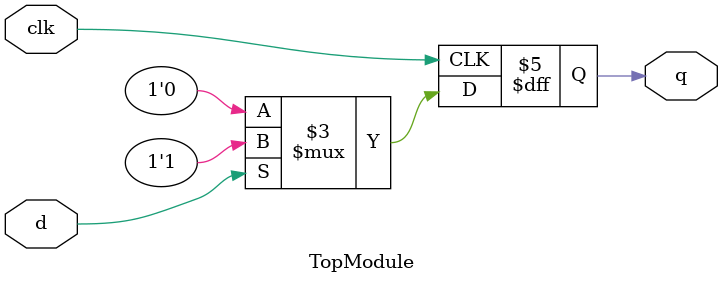
<source format=sv>

module TopModule (
  input wire clk,
  input wire d,
  output reg q
);

always @(posedge clk)
begin
  if (d)
    q <= 1'b1;
  else
    q <= 1'b0;
end

endmodule

// VERILOG-EVAL: errant inclusion of module definition

</source>
